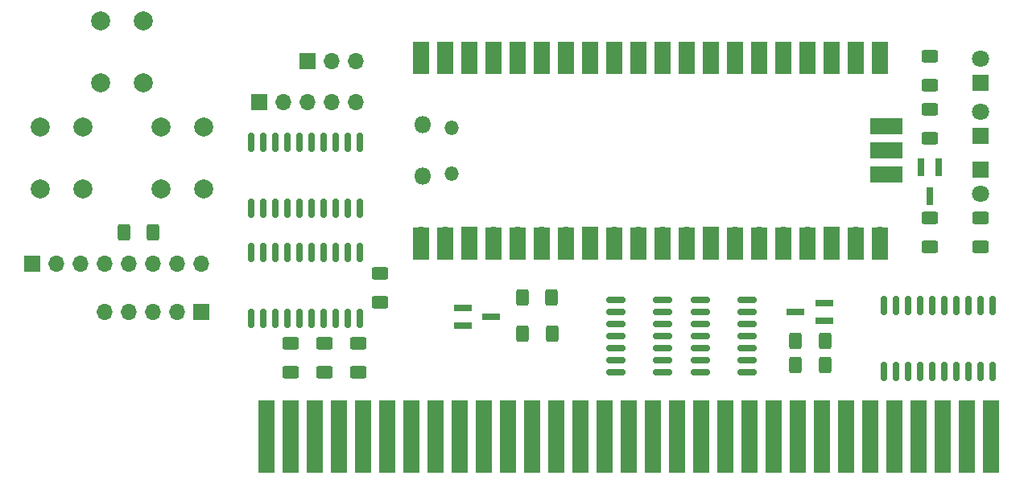
<source format=gbr>
%TF.GenerationSoftware,KiCad,Pcbnew,(6.0.5)*%
%TF.CreationDate,2022-10-23T12:56:42-05:00*%
%TF.ProjectId,ISA rev4,49534120-7265-4763-942e-6b696361645f,rev?*%
%TF.SameCoordinates,Original*%
%TF.FileFunction,Soldermask,Top*%
%TF.FilePolarity,Negative*%
%FSLAX46Y46*%
G04 Gerber Fmt 4.6, Leading zero omitted, Abs format (unit mm)*
G04 Created by KiCad (PCBNEW (6.0.5)) date 2022-10-23 12:56:42*
%MOMM*%
%LPD*%
G01*
G04 APERTURE LIST*
G04 Aperture macros list*
%AMRoundRect*
0 Rectangle with rounded corners*
0 $1 Rounding radius*
0 $2 $3 $4 $5 $6 $7 $8 $9 X,Y pos of 4 corners*
0 Add a 4 corners polygon primitive as box body*
4,1,4,$2,$3,$4,$5,$6,$7,$8,$9,$2,$3,0*
0 Add four circle primitives for the rounded corners*
1,1,$1+$1,$2,$3*
1,1,$1+$1,$4,$5*
1,1,$1+$1,$6,$7*
1,1,$1+$1,$8,$9*
0 Add four rect primitives between the rounded corners*
20,1,$1+$1,$2,$3,$4,$5,0*
20,1,$1+$1,$4,$5,$6,$7,0*
20,1,$1+$1,$6,$7,$8,$9,0*
20,1,$1+$1,$8,$9,$2,$3,0*%
G04 Aperture macros list end*
%ADD10R,1.700000X1.700000*%
%ADD11O,1.700000X1.700000*%
%ADD12RoundRect,0.150000X0.150000X-0.837500X0.150000X0.837500X-0.150000X0.837500X-0.150000X-0.837500X0*%
%ADD13RoundRect,0.250000X-0.400000X-0.625000X0.400000X-0.625000X0.400000X0.625000X-0.400000X0.625000X0*%
%ADD14RoundRect,0.250000X-0.625000X0.400000X-0.625000X-0.400000X0.625000X-0.400000X0.625000X0.400000X0*%
%ADD15RoundRect,0.150000X-0.825000X-0.150000X0.825000X-0.150000X0.825000X0.150000X-0.825000X0.150000X0*%
%ADD16R,1.900000X0.800000*%
%ADD17O,1.800000X1.800000*%
%ADD18O,1.500000X1.500000*%
%ADD19R,1.700000X3.500000*%
%ADD20R,3.500000X1.700000*%
%ADD21R,1.780000X7.620000*%
%ADD22RoundRect,0.250000X0.400000X0.625000X-0.400000X0.625000X-0.400000X-0.625000X0.400000X-0.625000X0*%
%ADD23C,2.000000*%
%ADD24R,1.800000X1.800000*%
%ADD25C,1.800000*%
%ADD26R,0.800000X1.900000*%
G04 APERTURE END LIST*
D10*
%TO.C,J5*%
X113030000Y-108966000D03*
D11*
X115570000Y-108966000D03*
X118110000Y-108966000D03*
%TD*%
D10*
%TO.C,J4*%
X101854000Y-135382000D03*
D11*
X99314000Y-135382000D03*
X96774000Y-135382000D03*
X94234000Y-135382000D03*
X91694000Y-135382000D03*
%TD*%
D12*
%TO.C,U4*%
X107061000Y-124460000D03*
X108331000Y-124460000D03*
X109601000Y-124460000D03*
X110871000Y-124460000D03*
X112141000Y-124460000D03*
X113411000Y-124460000D03*
X114681000Y-124460000D03*
X115951000Y-124460000D03*
X117221000Y-124460000D03*
X118491000Y-124460000D03*
X118491000Y-117535000D03*
X117221000Y-117535000D03*
X115951000Y-117535000D03*
X114681000Y-117535000D03*
X113411000Y-117535000D03*
X112141000Y-117535000D03*
X110871000Y-117535000D03*
X109601000Y-117535000D03*
X108331000Y-117535000D03*
X107061000Y-117535000D03*
%TD*%
D13*
%TO.C,R2*%
X164312000Y-140970000D03*
X167412000Y-140970000D03*
%TD*%
D14*
%TO.C,R3*%
X183769000Y-125424000D03*
X183769000Y-128524000D03*
%TD*%
D12*
%TO.C,U3*%
X173609000Y-141638500D03*
X174879000Y-141638500D03*
X176149000Y-141638500D03*
X177419000Y-141638500D03*
X178689000Y-141638500D03*
X179959000Y-141638500D03*
X181229000Y-141638500D03*
X182499000Y-141638500D03*
X183769000Y-141638500D03*
X185039000Y-141638500D03*
X185039000Y-134713500D03*
X183769000Y-134713500D03*
X182499000Y-134713500D03*
X181229000Y-134713500D03*
X179959000Y-134713500D03*
X178689000Y-134713500D03*
X177419000Y-134713500D03*
X176149000Y-134713500D03*
X174879000Y-134713500D03*
X173609000Y-134713500D03*
%TD*%
D13*
%TO.C,R11*%
X135610000Y-137668000D03*
X138710000Y-137668000D03*
%TD*%
D15*
%TO.C,U2*%
X145418000Y-134112000D03*
X145418000Y-135382000D03*
X145418000Y-136652000D03*
X145418000Y-137922000D03*
X145418000Y-139192000D03*
X145418000Y-140462000D03*
X145418000Y-141732000D03*
X150368000Y-141732000D03*
X150368000Y-140462000D03*
X150368000Y-139192000D03*
X150368000Y-137922000D03*
X150368000Y-136652000D03*
X150368000Y-135382000D03*
X150368000Y-134112000D03*
%TD*%
D16*
%TO.C,D5*%
X132310000Y-135890000D03*
X129310000Y-134940000D03*
X129310000Y-136840000D03*
%TD*%
D17*
%TO.C,U6*%
X125098000Y-121089000D03*
D18*
X128128000Y-115939000D03*
X128128000Y-120789000D03*
D17*
X125098000Y-115639000D03*
D19*
X124968000Y-128154000D03*
D11*
X124968000Y-127254000D03*
D19*
X127508000Y-128154000D03*
D11*
X127508000Y-127254000D03*
D19*
X130048000Y-128154000D03*
D10*
X130048000Y-127254000D03*
D19*
X132588000Y-128154000D03*
D11*
X132588000Y-127254000D03*
X135128000Y-127254000D03*
D19*
X135128000Y-128154000D03*
D11*
X137668000Y-127254000D03*
D19*
X137668000Y-128154000D03*
X140208000Y-128154000D03*
D11*
X140208000Y-127254000D03*
D10*
X142748000Y-127254000D03*
D19*
X142748000Y-128154000D03*
D11*
X145288000Y-127254000D03*
D19*
X145288000Y-128154000D03*
X147828000Y-128154000D03*
D11*
X147828000Y-127254000D03*
X150368000Y-127254000D03*
D19*
X150368000Y-128154000D03*
X152908000Y-128154000D03*
D11*
X152908000Y-127254000D03*
D10*
X155448000Y-127254000D03*
D19*
X155448000Y-128154000D03*
D11*
X157988000Y-127254000D03*
D19*
X157988000Y-128154000D03*
D11*
X160528000Y-127254000D03*
D19*
X160528000Y-128154000D03*
X163068000Y-128154000D03*
D11*
X163068000Y-127254000D03*
D19*
X165608000Y-128154000D03*
D11*
X165608000Y-127254000D03*
D19*
X168148000Y-128154000D03*
D10*
X168148000Y-127254000D03*
D19*
X170688000Y-128154000D03*
D11*
X170688000Y-127254000D03*
X173228000Y-127254000D03*
D19*
X173228000Y-128154000D03*
X173228000Y-108574000D03*
D11*
X173228000Y-109474000D03*
D19*
X170688000Y-108574000D03*
D11*
X170688000Y-109474000D03*
D10*
X168148000Y-109474000D03*
D19*
X168148000Y-108574000D03*
D11*
X165608000Y-109474000D03*
D19*
X165608000Y-108574000D03*
D11*
X163068000Y-109474000D03*
D19*
X163068000Y-108574000D03*
D11*
X160528000Y-109474000D03*
D19*
X160528000Y-108574000D03*
D11*
X157988000Y-109474000D03*
D19*
X157988000Y-108574000D03*
D10*
X155448000Y-109474000D03*
D19*
X155448000Y-108574000D03*
D11*
X152908000Y-109474000D03*
D19*
X152908000Y-108574000D03*
D11*
X150368000Y-109474000D03*
D19*
X150368000Y-108574000D03*
D11*
X147828000Y-109474000D03*
D19*
X147828000Y-108574000D03*
D11*
X145288000Y-109474000D03*
D19*
X145288000Y-108574000D03*
D10*
X142748000Y-109474000D03*
D19*
X142748000Y-108574000D03*
D11*
X140208000Y-109474000D03*
D19*
X140208000Y-108574000D03*
X137668000Y-108574000D03*
D11*
X137668000Y-109474000D03*
D19*
X135128000Y-108574000D03*
D11*
X135128000Y-109474000D03*
D19*
X132588000Y-108574000D03*
D11*
X132588000Y-109474000D03*
D10*
X130048000Y-109474000D03*
D19*
X130048000Y-108574000D03*
D11*
X127508000Y-109474000D03*
D19*
X127508000Y-108574000D03*
D11*
X124968000Y-109474000D03*
D19*
X124968000Y-108574000D03*
D20*
X173898000Y-120904000D03*
D11*
X172998000Y-120904000D03*
D10*
X172998000Y-118364000D03*
D20*
X173898000Y-118364000D03*
X173898000Y-115824000D03*
D11*
X172998000Y-115824000D03*
%TD*%
D21*
%TO.C,J1*%
X184917000Y-148463000D03*
X182377000Y-148463000D03*
X179837000Y-148463000D03*
X177297000Y-148463000D03*
X174757000Y-148463000D03*
X172217000Y-148463000D03*
X169677000Y-148463000D03*
X167137000Y-148463000D03*
X164597000Y-148463000D03*
X162057000Y-148463000D03*
X159517000Y-148463000D03*
X156977000Y-148463000D03*
X154437000Y-148463000D03*
X151897000Y-148463000D03*
X149357000Y-148463000D03*
X146817000Y-148463000D03*
X144277000Y-148463000D03*
X141737000Y-148463000D03*
X139197000Y-148463000D03*
X136657000Y-148463000D03*
X134117000Y-148463000D03*
X131577000Y-148463000D03*
X129037000Y-148463000D03*
X126497000Y-148463000D03*
X123957000Y-148463000D03*
X121417000Y-148463000D03*
X118877000Y-148463000D03*
X116337000Y-148463000D03*
X113797000Y-148463000D03*
X111257000Y-148463000D03*
X108717000Y-148463000D03*
%TD*%
D14*
%TO.C,R5*%
X120650000Y-131266000D03*
X120650000Y-134366000D03*
%TD*%
D13*
%TO.C,R13*%
X93674000Y-127000000D03*
X96774000Y-127000000D03*
%TD*%
D22*
%TO.C,R10*%
X138684000Y-133858000D03*
X135584000Y-133858000D03*
%TD*%
D14*
%TO.C,R12*%
X178435000Y-125424000D03*
X178435000Y-128524000D03*
%TD*%
D23*
%TO.C,SW2*%
X97572000Y-115876000D03*
X97572000Y-122376000D03*
X102072000Y-122376000D03*
X102072000Y-115876000D03*
%TD*%
D16*
%TO.C,D1*%
X164338000Y-135382000D03*
X167338000Y-136332000D03*
X167338000Y-134432000D03*
%TD*%
D23*
%TO.C,SW3*%
X91222000Y-104700000D03*
X91222000Y-111200000D03*
X95722000Y-111200000D03*
X95722000Y-104700000D03*
%TD*%
D24*
%TO.C,D2*%
X183769000Y-116840000D03*
D25*
X183769000Y-114300000D03*
%TD*%
D14*
%TO.C,R9*%
X178435000Y-108406000D03*
X178435000Y-111506000D03*
%TD*%
D15*
%TO.C,U1*%
X154308000Y-134112000D03*
X154308000Y-135382000D03*
X154308000Y-136652000D03*
X154308000Y-137922000D03*
X154308000Y-139192000D03*
X154308000Y-140462000D03*
X154308000Y-141732000D03*
X159258000Y-141732000D03*
X159258000Y-140462000D03*
X159258000Y-139192000D03*
X159258000Y-137922000D03*
X159258000Y-136652000D03*
X159258000Y-135382000D03*
X159258000Y-134112000D03*
%TD*%
D14*
%TO.C,R8*%
X111252000Y-138658000D03*
X111252000Y-141758000D03*
%TD*%
%TO.C,R7*%
X114808000Y-138658000D03*
X114808000Y-141758000D03*
%TD*%
D10*
%TO.C,J3*%
X84074000Y-130302000D03*
D11*
X86614000Y-130302000D03*
X89154000Y-130302000D03*
X91694000Y-130302000D03*
X94234000Y-130302000D03*
X96774000Y-130302000D03*
X99314000Y-130302000D03*
X101854000Y-130302000D03*
%TD*%
D14*
%TO.C,R6*%
X118364000Y-138658000D03*
X118364000Y-141758000D03*
%TD*%
D24*
%TO.C,D3*%
X183769000Y-111257000D03*
D25*
X183769000Y-108717000D03*
%TD*%
D26*
%TO.C,D6*%
X178435000Y-123166000D03*
X179385000Y-120166000D03*
X177485000Y-120166000D03*
%TD*%
D10*
%TO.C,J2*%
X107950000Y-113284000D03*
D11*
X110490000Y-113284000D03*
X113030000Y-113284000D03*
X115570000Y-113284000D03*
X118110000Y-113284000D03*
%TD*%
D22*
%TO.C,R1*%
X167412000Y-138430000D03*
X164312000Y-138430000D03*
%TD*%
D23*
%TO.C,SW1*%
X84872000Y-115876000D03*
X84872000Y-122376000D03*
X89372000Y-115876000D03*
X89372000Y-122376000D03*
%TD*%
D24*
%TO.C,D4*%
X183769000Y-120396000D03*
D25*
X183769000Y-122936000D03*
%TD*%
D14*
%TO.C,R4*%
X178435000Y-113994000D03*
X178435000Y-117094000D03*
%TD*%
D12*
%TO.C,U5*%
X107061000Y-136050500D03*
X108331000Y-136050500D03*
X109601000Y-136050500D03*
X110871000Y-136050500D03*
X112141000Y-136050500D03*
X113411000Y-136050500D03*
X114681000Y-136050500D03*
X115951000Y-136050500D03*
X117221000Y-136050500D03*
X118491000Y-136050500D03*
X118491000Y-129125500D03*
X117221000Y-129125500D03*
X115951000Y-129125500D03*
X114681000Y-129125500D03*
X113411000Y-129125500D03*
X112141000Y-129125500D03*
X110871000Y-129125500D03*
X109601000Y-129125500D03*
X108331000Y-129125500D03*
X107061000Y-129125500D03*
%TD*%
M02*

</source>
